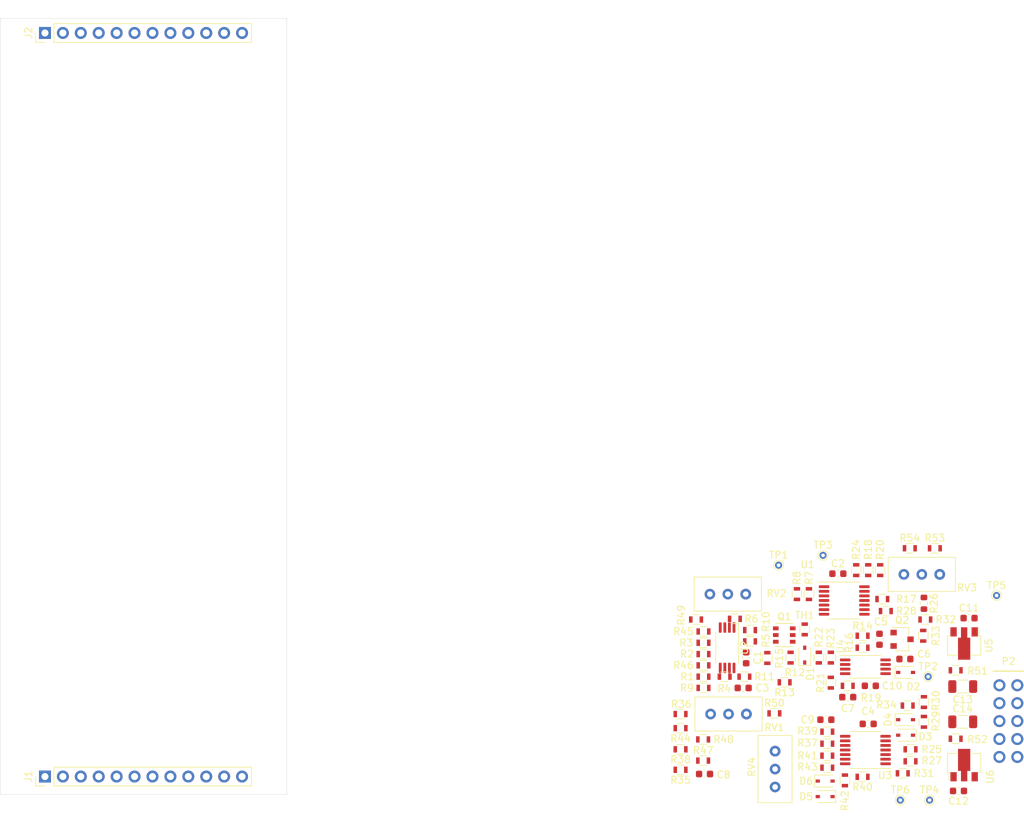
<source format=kicad_pcb>
(kicad_pcb (version 20211014) (generator pcbnew)

  (general
    (thickness 1.6)
  )

  (paper "A4")
  (layers
    (0 "F.Cu" signal)
    (31 "B.Cu" signal)
    (32 "B.Adhes" user "B.Adhesive")
    (33 "F.Adhes" user "F.Adhesive")
    (34 "B.Paste" user)
    (35 "F.Paste" user)
    (36 "B.SilkS" user "B.Silkscreen")
    (37 "F.SilkS" user "F.Silkscreen")
    (38 "B.Mask" user)
    (39 "F.Mask" user)
    (40 "Dwgs.User" user "User.Drawings")
    (41 "Cmts.User" user "User.Comments")
    (42 "Eco1.User" user "User.Eco1")
    (43 "Eco2.User" user "User.Eco2")
    (44 "Edge.Cuts" user)
    (45 "Margin" user)
    (46 "B.CrtYd" user "B.Courtyard")
    (47 "F.CrtYd" user "F.Courtyard")
    (48 "B.Fab" user)
    (49 "F.Fab" user)
  )

  (setup
    (stackup
      (layer "F.SilkS" (type "Top Silk Screen") (color "White"))
      (layer "F.Paste" (type "Top Solder Paste"))
      (layer "F.Mask" (type "Top Solder Mask") (color "Green") (thickness 0.01))
      (layer "F.Cu" (type "copper") (thickness 0.035))
      (layer "dielectric 1" (type "core") (thickness 1.51) (material "FR4") (epsilon_r 4.5) (loss_tangent 0.02))
      (layer "B.Cu" (type "copper") (thickness 0.035))
      (layer "B.Mask" (type "Bottom Solder Mask") (color "Green") (thickness 0.01))
      (layer "B.Paste" (type "Bottom Solder Paste"))
      (layer "B.SilkS" (type "Bottom Silk Screen") (color "White"))
      (copper_finish "ENIG")
      (dielectric_constraints no)
    )
    (pad_to_mask_clearance 0.05)
    (solder_mask_min_width 0.2)
    (grid_origin 100 140)
    (pcbplotparams
      (layerselection 0x00010fc_ffffffff)
      (disableapertmacros false)
      (usegerberextensions false)
      (usegerberattributes true)
      (usegerberadvancedattributes true)
      (creategerberjobfile true)
      (svguseinch false)
      (svgprecision 6)
      (excludeedgelayer true)
      (plotframeref false)
      (viasonmask false)
      (mode 1)
      (useauxorigin false)
      (hpglpennumber 1)
      (hpglpenspeed 20)
      (hpglpendiameter 15.000000)
      (dxfpolygonmode true)
      (dxfimperialunits true)
      (dxfusepcbnewfont true)
      (psnegative false)
      (psa4output false)
      (plotreference true)
      (plotvalue true)
      (plotinvisibletext false)
      (sketchpadsonfab false)
      (subtractmaskfromsilk false)
      (outputformat 1)
      (mirror false)
      (drillshape 1)
      (scaleselection 1)
      (outputdirectory "")
    )
  )

  (net 0 "")
  (net 1 "-12V")
  (net 2 "+12V")
  (net 3 "Net-(C3-Pad2)")
  (net 4 "Net-(C3-Pad1)")
  (net 5 "Net-(C5-Pad2)")
  (net 6 "Net-(C5-Pad1)")
  (net 7 "Net-(C6-Pad2)")
  (net 8 "Net-(C6-Pad1)")
  (net 9 "Net-(C7-Pad2)")
  (net 10 "/SOFT_SYNC")
  (net 11 "/HARD_SYNC")
  (net 12 "Net-(C9-Pad2)")
  (net 13 "Net-(C9-Pad1)")
  (net 14 "Net-(D1-Pad2)")
  (net 15 "Net-(D1-Pad1)")
  (net 16 "Net-(D3-Pad2)")
  (net 17 "Net-(D3-Pad1)")
  (net 18 "Net-(D4-Pad2)")
  (net 19 "GND")
  (net 20 "Net-(D5-Pad1)")
  (net 21 "/FM")
  (net 22 "/PWM_IN")
  (net 23 "/EXP_FM")
  (net 24 "/FINE")
  (net 25 "/COARSE")
  (net 26 "/POT_N")
  (net 27 "/VOCT2")
  (net 28 "/PMW_POT")
  (net 29 "/VOCT")
  (net 30 "/POT_P")
  (net 31 "/PULSE")
  (net 32 "/SINE")
  (net 33 "/TRI")
  (net 34 "/SAW")
  (net 35 "Net-(Q1-Pad1)")
  (net 36 "Net-(R1-Pad2)")
  (net 37 "Net-(R4-Pad2)")
  (net 38 "Net-(R5-Pad1)")
  (net 39 "Net-(R6-Pad1)")
  (net 40 "Net-(R7-Pad1)")
  (net 41 "Net-(R10-Pad2)")
  (net 42 "Net-(R11-Pad1)")
  (net 43 "Net-(R17-Pad1)")
  (net 44 "Net-(R18-Pad2)")
  (net 45 "Net-(R18-Pad1)")
  (net 46 "Net-(R20-Pad2)")
  (net 47 "Net-(R21-Pad2)")
  (net 48 "Net-(R24-Pad2)")
  (net 49 "Net-(R26-Pad2)")
  (net 50 "Net-(R27-Pad2)")
  (net 51 "Net-(R28-Pad1)")
  (net 52 "Net-(R31-Pad2)")
  (net 53 "Net-(R32-Pad2)")
  (net 54 "Net-(R32-Pad1)")
  (net 55 "Net-(R37-Pad2)")
  (net 56 "Net-(R40-Pad2)")
  (net 57 "Net-(R42-Pad2)")
  (net 58 "-VDC")
  (net 59 "+VDC")
  (net 60 "Net-(P2-Pad10)")
  (net 61 "Net-(P2-Pad1)")
  (net 62 "Net-(R10-Pad1)")

  (footprint "Capacitor_SMD:C_0603_1608Metric" (layer "F.Cu") (at 205.75 120.625 90))

  (footprint "Capacitor_SMD:C_0603_1608Metric" (layer "F.Cu") (at 218.75 108.7))

  (footprint "Capacitor_SMD:C_0603_1608Metric" (layer "F.Cu") (at 205.325 124.9))

  (footprint "Capacitor_SMD:C_0603_1608Metric" (layer "F.Cu") (at 223.05 130 180))

  (footprint "Capacitor_SMD:C_0603_1608Metric" (layer "F.Cu") (at 224.65 118 90))

  (footprint "Capacitor_SMD:C_0603_1608Metric" (layer "F.Cu") (at 228.25 120.8))

  (footprint "Capacitor_SMD:C_0603_1608Metric" (layer "F.Cu") (at 220.15 126.2 180))

  (footprint "Capacitor_SMD:C_0603_1608Metric" (layer "F.Cu") (at 199.85 137.1 180))

  (footprint "Diode_SMD:D_SOD-323" (layer "F.Cu") (at 214.05 120.25 90))

  (footprint "Diode_SMD:D_SOD-323" (layer "F.Cu") (at 228.35 122.7))

  (footprint "Diode_SMD:D_SOD-323" (layer "F.Cu") (at 228.35 131.6 180))

  (footprint "Diode_SMD:D_SOD-323" (layer "F.Cu") (at 228.35 129.4))

  (footprint "Diode_SMD:D_SOD-323" (layer "F.Cu") (at 216.95 140.3 180))

  (footprint "Diode_SMD:D_SOD-323" (layer "F.Cu") (at 216.95 138.1))

  (footprint "project_oscillator:SOT-457, SC-74" (layer "F.Cu") (at 211.15 117.4 180))

  (footprint "Package_TO_SOT_SMD:SC-59" (layer "F.Cu") (at 227.85 118))

  (footprint "project_oscillator:R_0603" (layer "F.Cu") (at 199.7 123.3))

  (footprint "project_oscillator:R_0603" (layer "F.Cu") (at 199.7 118.5))

  (footprint "project_oscillator:R_0603" (layer "F.Cu") (at 206.3 118.3))

  (footprint "project_oscillator:R_0603" (layer "F.Cu") (at 204.15 115.1 180))

  (footprint "project_oscillator:R_0603" (layer "F.Cu") (at 199.7 124.9 180))

  (footprint "project_oscillator:R_0603" (layer "F.Cu") (at 205.5 123.3))

  (footprint "project_oscillator:R_0603" (layer "F.Cu") (at 212.05 120.6 -90))

  (footprint "project_oscillator:R_0603" (layer "F.Cu") (at 211.2 124.1 180))

  (footprint "project_oscillator:R_0603" (layer "F.Cu") (at 222.25 117.5 180))

  (footprint "project_oscillator:R_0603" (layer "F.Cu") (at 208.75 120.65 -90))

  (footprint "project_oscillator:R_0603" (layer "F.Cu") (at 225.05 112.3 180))

  (footprint "project_oscillator:R_0603" (layer "F.Cu") (at 220.15 124.6))

  (footprint "project_oscillator:R_0603" (layer "F.Cu") (at 224.75 108.2 90))

  (footprint "project_oscillator:R_0603" (layer "F.Cu") (at 217.75 124.15 90))

  (footprint "project_oscillator:R_0603" (layer "F.Cu") (at 216.05 120.6 -90))

  (footprint "project_oscillator:R_0603" (layer "F.Cu") (at 217.75 120.6 -90))

  (footprint "project_oscillator:R_0603" (layer "F.Cu") (at 221.35 108.2 -90))

  (footprint "project_oscillator:R_0603" (layer "F.Cu") (at 229.05 133.6 180))

  (footprint "Resistor_SMD:R_0603_1608Metric" (layer "F.Cu") (at 230.95 112.9 -90))

  (footprint "project_oscillator:R_0603" (layer "F.Cu") (at 229.05 135.3 180))

  (footprint "project_oscillator:R_0603" (layer "F.Cu") (at 225.55 114))

  (footprint "project_oscillator:R_0603" (layer "F.Cu") (at 230.95 129.7 90))

  (footprint "project_oscillator:R_0603" (layer "F.Cu") (at 227.95 137 180))

  (footprint "project_oscillator:R_0603" (layer "F.Cu") (at 231.15 115.2))

  (footprint "project_oscillator:R_0603" (layer "F.Cu") (at 230.85 117.5 -90))

  (footprint "project_oscillator:R_0603" (layer "F.Cu") (at 228.65 127.4 180))

  (footprint "project_oscillator:R_0603" (layer "F.Cu") (at 196.45 136.5 180))

  (footprint "project_oscillator:R_0603" (layer "F.Cu") (at 196.45 128.6 180))

  (footprint "project_oscillator:R_0603" (layer "F.Cu") (at 217.25 132.8 180))

  (footprint "project_oscillator:R_0603" (layer "F.Cu") (at 196.45 133.6 180))

  (footprint "project_oscillator:R_0603" (layer "F.Cu") (at 217.25 131.1 180))

  (footprint "project_oscillator:R_0603" (layer "F.Cu") (at 222.25 137.5 180))

  (footprint "project_oscillator:R_0603" (layer "F.Cu") (at 217.25 134.5 180))

  (footprint "project_oscillator:R_0603" (layer "F.Cu") (at 219.75 138 90))

  (footprint "project_oscillator:R_0603" (layer "F.Cu") (at 217.25 136.2))

  (footprint "project_oscillator:R_0603" (layer "F.Cu") (at 196.45 130.6 180))

  (footprint "project_oscillator:R_0603" (layer "F.Cu") (at 199.7 116.9))

  (footprint "project_oscillator:R_0603" (layer "F.Cu") (at 199.7 121.7))

  (footprint "project_oscillator:R_0603" (layer "F.Cu") (at 199.65 135.2))

  (footprint "project_oscillator:R_0603" (layer "F.Cu") (at 199.65 132.2))

  (footprint "project_oscillator:R_0603" (layer "F.Cu") (at 198.65 115.2))

  (footprint "project_oscillator:PV36W" (layer "F.Cu") (at 203.25 128.6))

  (footprint "project_oscillator:PV36W" (layer "F.Cu") (at 203.15 111.6))

  (footprint "project_oscillator:PV36W" (layer "F.Cu") (at 209.85 136.4 90))

  (footprint "Package_SO:TSSOP-14_4.4x5mm_P0.65mm" (layer "F.Cu") (at 219.65 112.5))

  (footprint "Package_SO:TSSOP-14_4.4x5mm_P0.65mm" (layer "F.Cu") (at 222.65 133.7 180))

  (footprint "Package_SO:TSSOP-8_4.4x3mm_P0.65mm" (layer "F.Cu") (at 222.65 121.9))

  (footprint "project_oscillator:R_0603" (layer "F.Cu") (at 209.75 128.5))

  (footprint "project_oscillator:R_0603" (layer "F.Cu") (at 214.05 116.6 90))

  (footprint "project_oscillator:R_0603" (layer "F.Cu")
    (tedit 58E0A804) (tstamp 00000000-0000-0000-0000-00005fe0ac2c)
    (at 199.7 120.1)
    (descr "Resistor SMD 0603, reflow soldering, Vishay (see dcrcw.pdf)")
    (tags "resistor 0603")
    (property "Sheetfile" "C:/Users/dabon/Documents/Modular/Hardware/modular-oscillator/oscillator.sch")
    (property "Sheetname" "")
    (path "/00000000-0000-0000-0000-00005fdb7f53")
    (attr smd)
    (fp_text reference "R2" (at -2.35 0) (layer "F.SilkS")
      (effects (font (size 1 1) (thickness 0.15)))
      (tstamp dd2d59b3-ddef-491f-bb57-eb3d3820bdeb)
    )
    (fp_text value "220k" (at 3.2 0) (layer "F.Fab")
      (effects (font (size 1 1) (thickness 0.15)))
      (tstamp 765684c2-53b3-4ef7-bd1b-7a4a73d87b76)
    )
    (fp_text user "${REFERENCE}" (at 0 0) (layer "F.Fab")
      (effects (font (size 0.4 0.4) (thickness 0.075)))
      (tstamp 5a33f5a4-a470-4c04-9e2d-532b5f01a5d6)
    )
    (fp_line (start -0.5 -0.68) (end 0.5 -0.68) (layer "F.SilkS") (width 0.12) (tstamp 6b6d35dc-fa1d-46c5-87c0-b0652011059d))
    (fp_line (start 0.5 0.68) (end -0.5 0.68) (layer "F.SilkS") (width 0.12) (tstamp d035bb7a-e806-42f2-ba95-a390d279aef1))
    (fp_line (start -1.25 -0.7) (end -1.25 0.7) (layer "F.CrtYd") (width 0.05) (tstamp 2681e64d-bedc-4e1f-87d2-754aaa485bbd))
    (fp_line (start 1.25 0.7) (end -1.25 0.7) (layer "F.CrtYd") (width 0.05) (tstamp 5a390647-51ba-4684-b747-9001f749ff71))
    (fp_line (start -1.25 -0.7) (end 1.25 -0.7) (layer "F.CrtYd") (width 0.05) (tstamp 6b8c153e-62fe-42fb-aa7f-caef740ef6fd))
    (fp_line (start 1.25 0.7) (end 1.25 -0.7) (layer "F.CrtYd") (width 0.05) (tstamp c811ed5f-f509-4605-b7d3-da6f79935a1e))
    (fp_line (start 0.8 -0.4) (end 0.8 0.4) (layer "F.Fab") (width 0.1) (tstamp 3b9c5ffd-e59b-402d-8c5e-052f7ca643a4))
    (fp_line (start -0.8 -0.4) (end 0.8 -0.4) (layer "F.Fab") (width 0.1) (tstamp 4fb2577d-2e1c-480c-9060-124510b35053))
    (fp_line (start -0.8 0.4) (end -0.8 -0.4) (layer "F.Fab") (width 0.1) (tstamp 6133fb54-5524-482e-9ae2-adbf29aced9e))
    (fp_line (start 0.8 0.4) (end -0.8 0.4) (layer "F.Fab") (width 0.1) (tstamp f08895dc-4dcb-4aef-a39b-5a08864cdaaf))
    (pad "1" smd rect locked (at -0.75 0) (size 0.5 0.9) (layers "F.Cu" "F.Paste" "F.Mask")
      (net 25 "/COARSE") (pintype "passive") (tstamp 2ba25c40-ea42-478e-9150-1d94fa1c8ae9))
    (pad "2" smd rect locked (at 0.75 0) (size 0.5 0.9) (layers "F.Cu" "F.Paste" "F.Mask")
      (net 36 "Net-(R1-Pad2)") (pintype "passive") (tstamp acb6c3f3-e677-4f35-9fc2-138ba10f33af))
    (m
... [89780 chars truncated]
</source>
